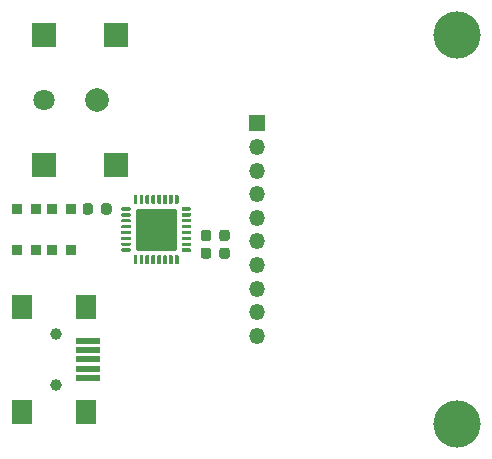
<source format=gbr>
%TF.GenerationSoftware,KiCad,Pcbnew,5.1.9-73d0e3b20d~88~ubuntu20.04.1*%
%TF.CreationDate,2021-01-12T14:06:49+01:00*%
%TF.ProjectId,MRS_Module_Host,4d52535f-4d6f-4647-956c-655f486f7374,1*%
%TF.SameCoordinates,Original*%
%TF.FileFunction,Soldermask,Top*%
%TF.FilePolarity,Negative*%
%FSLAX46Y46*%
G04 Gerber Fmt 4.6, Leading zero omitted, Abs format (unit mm)*
G04 Created by KiCad (PCBNEW 5.1.9-73d0e3b20d~88~ubuntu20.04.1) date 2021-01-12 14:06:49*
%MOMM*%
%LPD*%
G01*
G04 APERTURE LIST*
%ADD10R,2.000000X2.000000*%
%ADD11C,2.000000*%
%ADD12C,1.800000*%
%ADD13O,1.350000X1.350000*%
%ADD14R,1.350000X1.350000*%
%ADD15C,4.000000*%
%ADD16R,0.875000X0.950000*%
%ADD17C,1.000000*%
%ADD18R,1.700000X2.000000*%
%ADD19R,2.000000X0.500000*%
%ADD20C,0.250000*%
%ADD21C,0.100000*%
G04 APERTURE END LIST*
D10*
%TO.C,J2*%
X108100000Y-89500000D03*
X108100000Y-78500000D03*
X102000000Y-89500000D03*
X102000000Y-78500000D03*
D11*
X106500000Y-84000000D03*
D12*
X102000000Y-84000000D03*
%TD*%
D13*
%TO.C,MODULE1*%
X120000000Y-88000000D03*
X120000000Y-104000000D03*
X120000000Y-100000000D03*
X120000000Y-94000000D03*
X120000000Y-102000000D03*
X120000000Y-96000000D03*
D14*
X120000000Y-86000000D03*
D13*
X120000000Y-98000000D03*
X120000000Y-90000000D03*
X120000000Y-92000000D03*
D15*
X137000000Y-111500000D03*
X137000000Y-78500000D03*
%TD*%
%TO.C,U1*%
G36*
G01*
X109825000Y-92850000D02*
X109675000Y-92850000D01*
G75*
G02*
X109600000Y-92775000I0J75000D01*
G01*
X109600000Y-92125000D01*
G75*
G02*
X109675000Y-92050000I75000J0D01*
G01*
X109825000Y-92050000D01*
G75*
G02*
X109900000Y-92125000I0J-75000D01*
G01*
X109900000Y-92775000D01*
G75*
G02*
X109825000Y-92850000I-75000J0D01*
G01*
G37*
G36*
G01*
X110325000Y-92850000D02*
X110175000Y-92850000D01*
G75*
G02*
X110100000Y-92775000I0J75000D01*
G01*
X110100000Y-92125000D01*
G75*
G02*
X110175000Y-92050000I75000J0D01*
G01*
X110325000Y-92050000D01*
G75*
G02*
X110400000Y-92125000I0J-75000D01*
G01*
X110400000Y-92775000D01*
G75*
G02*
X110325000Y-92850000I-75000J0D01*
G01*
G37*
G36*
G01*
X110675000Y-92050000D02*
X110825000Y-92050000D01*
G75*
G02*
X110900000Y-92125000I0J-75000D01*
G01*
X110900000Y-92775000D01*
G75*
G02*
X110825000Y-92850000I-75000J0D01*
G01*
X110675000Y-92850000D01*
G75*
G02*
X110600000Y-92775000I0J75000D01*
G01*
X110600000Y-92125000D01*
G75*
G02*
X110675000Y-92050000I75000J0D01*
G01*
G37*
G36*
G01*
X111175000Y-92050000D02*
X111325000Y-92050000D01*
G75*
G02*
X111400000Y-92125000I0J-75000D01*
G01*
X111400000Y-92775000D01*
G75*
G02*
X111325000Y-92850000I-75000J0D01*
G01*
X111175000Y-92850000D01*
G75*
G02*
X111100000Y-92775000I0J75000D01*
G01*
X111100000Y-92125000D01*
G75*
G02*
X111175000Y-92050000I75000J0D01*
G01*
G37*
G36*
G01*
X111825000Y-92850000D02*
X111675000Y-92850000D01*
G75*
G02*
X111600000Y-92775000I0J75000D01*
G01*
X111600000Y-92125000D01*
G75*
G02*
X111675000Y-92050000I75000J0D01*
G01*
X111825000Y-92050000D01*
G75*
G02*
X111900000Y-92125000I0J-75000D01*
G01*
X111900000Y-92775000D01*
G75*
G02*
X111825000Y-92850000I-75000J0D01*
G01*
G37*
G36*
G01*
X112325000Y-92850000D02*
X112175000Y-92850000D01*
G75*
G02*
X112100000Y-92775000I0J75000D01*
G01*
X112100000Y-92125000D01*
G75*
G02*
X112175000Y-92050000I75000J0D01*
G01*
X112325000Y-92050000D01*
G75*
G02*
X112400000Y-92125000I0J-75000D01*
G01*
X112400000Y-92775000D01*
G75*
G02*
X112325000Y-92850000I-75000J0D01*
G01*
G37*
G36*
G01*
X112825000Y-92850000D02*
X112675000Y-92850000D01*
G75*
G02*
X112600000Y-92775000I0J75000D01*
G01*
X112600000Y-92125000D01*
G75*
G02*
X112675000Y-92050000I75000J0D01*
G01*
X112825000Y-92050000D01*
G75*
G02*
X112900000Y-92125000I0J-75000D01*
G01*
X112900000Y-92775000D01*
G75*
G02*
X112825000Y-92850000I-75000J0D01*
G01*
G37*
G36*
G01*
X113325000Y-92850000D02*
X113175000Y-92850000D01*
G75*
G02*
X113100000Y-92775000I0J75000D01*
G01*
X113100000Y-92125000D01*
G75*
G02*
X113175000Y-92050000I75000J0D01*
G01*
X113325000Y-92050000D01*
G75*
G02*
X113400000Y-92125000I0J-75000D01*
G01*
X113400000Y-92775000D01*
G75*
G02*
X113325000Y-92850000I-75000J0D01*
G01*
G37*
G36*
G01*
X113650000Y-93325000D02*
X113650000Y-93175000D01*
G75*
G02*
X113725000Y-93100000I75000J0D01*
G01*
X114375000Y-93100000D01*
G75*
G02*
X114450000Y-93175000I0J-75000D01*
G01*
X114450000Y-93325000D01*
G75*
G02*
X114375000Y-93400000I-75000J0D01*
G01*
X113725000Y-93400000D01*
G75*
G02*
X113650000Y-93325000I0J75000D01*
G01*
G37*
G36*
G01*
X113650000Y-93825000D02*
X113650000Y-93675000D01*
G75*
G02*
X113725000Y-93600000I75000J0D01*
G01*
X114375000Y-93600000D01*
G75*
G02*
X114450000Y-93675000I0J-75000D01*
G01*
X114450000Y-93825000D01*
G75*
G02*
X114375000Y-93900000I-75000J0D01*
G01*
X113725000Y-93900000D01*
G75*
G02*
X113650000Y-93825000I0J75000D01*
G01*
G37*
G36*
G01*
X113650000Y-94325000D02*
X113650000Y-94175000D01*
G75*
G02*
X113725000Y-94100000I75000J0D01*
G01*
X114375000Y-94100000D01*
G75*
G02*
X114450000Y-94175000I0J-75000D01*
G01*
X114450000Y-94325000D01*
G75*
G02*
X114375000Y-94400000I-75000J0D01*
G01*
X113725000Y-94400000D01*
G75*
G02*
X113650000Y-94325000I0J75000D01*
G01*
G37*
G36*
G01*
X113650000Y-94825000D02*
X113650000Y-94675000D01*
G75*
G02*
X113725000Y-94600000I75000J0D01*
G01*
X114375000Y-94600000D01*
G75*
G02*
X114450000Y-94675000I0J-75000D01*
G01*
X114450000Y-94825000D01*
G75*
G02*
X114375000Y-94900000I-75000J0D01*
G01*
X113725000Y-94900000D01*
G75*
G02*
X113650000Y-94825000I0J75000D01*
G01*
G37*
G36*
G01*
X113650000Y-95325000D02*
X113650000Y-95175000D01*
G75*
G02*
X113725000Y-95100000I75000J0D01*
G01*
X114375000Y-95100000D01*
G75*
G02*
X114450000Y-95175000I0J-75000D01*
G01*
X114450000Y-95325000D01*
G75*
G02*
X114375000Y-95400000I-75000J0D01*
G01*
X113725000Y-95400000D01*
G75*
G02*
X113650000Y-95325000I0J75000D01*
G01*
G37*
G36*
G01*
X113650000Y-95825000D02*
X113650000Y-95675000D01*
G75*
G02*
X113725000Y-95600000I75000J0D01*
G01*
X114375000Y-95600000D01*
G75*
G02*
X114450000Y-95675000I0J-75000D01*
G01*
X114450000Y-95825000D01*
G75*
G02*
X114375000Y-95900000I-75000J0D01*
G01*
X113725000Y-95900000D01*
G75*
G02*
X113650000Y-95825000I0J75000D01*
G01*
G37*
G36*
G01*
X113650000Y-96325000D02*
X113650000Y-96175000D01*
G75*
G02*
X113725000Y-96100000I75000J0D01*
G01*
X114375000Y-96100000D01*
G75*
G02*
X114450000Y-96175000I0J-75000D01*
G01*
X114450000Y-96325000D01*
G75*
G02*
X114375000Y-96400000I-75000J0D01*
G01*
X113725000Y-96400000D01*
G75*
G02*
X113650000Y-96325000I0J75000D01*
G01*
G37*
G36*
G01*
X113650000Y-96825000D02*
X113650000Y-96675000D01*
G75*
G02*
X113725000Y-96600000I75000J0D01*
G01*
X114375000Y-96600000D01*
G75*
G02*
X114450000Y-96675000I0J-75000D01*
G01*
X114450000Y-96825000D01*
G75*
G02*
X114375000Y-96900000I-75000J0D01*
G01*
X113725000Y-96900000D01*
G75*
G02*
X113650000Y-96825000I0J75000D01*
G01*
G37*
G36*
G01*
X113325000Y-97950000D02*
X113175000Y-97950000D01*
G75*
G02*
X113100000Y-97875000I0J75000D01*
G01*
X113100000Y-97225000D01*
G75*
G02*
X113175000Y-97150000I75000J0D01*
G01*
X113325000Y-97150000D01*
G75*
G02*
X113400000Y-97225000I0J-75000D01*
G01*
X113400000Y-97875000D01*
G75*
G02*
X113325000Y-97950000I-75000J0D01*
G01*
G37*
G36*
G01*
X112825000Y-97950000D02*
X112675000Y-97950000D01*
G75*
G02*
X112600000Y-97875000I0J75000D01*
G01*
X112600000Y-97225000D01*
G75*
G02*
X112675000Y-97150000I75000J0D01*
G01*
X112825000Y-97150000D01*
G75*
G02*
X112900000Y-97225000I0J-75000D01*
G01*
X112900000Y-97875000D01*
G75*
G02*
X112825000Y-97950000I-75000J0D01*
G01*
G37*
G36*
G01*
X112325000Y-97950000D02*
X112175000Y-97950000D01*
G75*
G02*
X112100000Y-97875000I0J75000D01*
G01*
X112100000Y-97225000D01*
G75*
G02*
X112175000Y-97150000I75000J0D01*
G01*
X112325000Y-97150000D01*
G75*
G02*
X112400000Y-97225000I0J-75000D01*
G01*
X112400000Y-97875000D01*
G75*
G02*
X112325000Y-97950000I-75000J0D01*
G01*
G37*
G36*
G01*
X111825000Y-97950000D02*
X111675000Y-97950000D01*
G75*
G02*
X111600000Y-97875000I0J75000D01*
G01*
X111600000Y-97225000D01*
G75*
G02*
X111675000Y-97150000I75000J0D01*
G01*
X111825000Y-97150000D01*
G75*
G02*
X111900000Y-97225000I0J-75000D01*
G01*
X111900000Y-97875000D01*
G75*
G02*
X111825000Y-97950000I-75000J0D01*
G01*
G37*
G36*
G01*
X111325000Y-97950000D02*
X111175000Y-97950000D01*
G75*
G02*
X111100000Y-97875000I0J75000D01*
G01*
X111100000Y-97225000D01*
G75*
G02*
X111175000Y-97150000I75000J0D01*
G01*
X111325000Y-97150000D01*
G75*
G02*
X111400000Y-97225000I0J-75000D01*
G01*
X111400000Y-97875000D01*
G75*
G02*
X111325000Y-97950000I-75000J0D01*
G01*
G37*
G36*
G01*
X110825000Y-97950000D02*
X110675000Y-97950000D01*
G75*
G02*
X110600000Y-97875000I0J75000D01*
G01*
X110600000Y-97225000D01*
G75*
G02*
X110675000Y-97150000I75000J0D01*
G01*
X110825000Y-97150000D01*
G75*
G02*
X110900000Y-97225000I0J-75000D01*
G01*
X110900000Y-97875000D01*
G75*
G02*
X110825000Y-97950000I-75000J0D01*
G01*
G37*
G36*
G01*
X110325000Y-97950000D02*
X110175000Y-97950000D01*
G75*
G02*
X110100000Y-97875000I0J75000D01*
G01*
X110100000Y-97225000D01*
G75*
G02*
X110175000Y-97150000I75000J0D01*
G01*
X110325000Y-97150000D01*
G75*
G02*
X110400000Y-97225000I0J-75000D01*
G01*
X110400000Y-97875000D01*
G75*
G02*
X110325000Y-97950000I-75000J0D01*
G01*
G37*
G36*
G01*
X109825000Y-97950000D02*
X109675000Y-97950000D01*
G75*
G02*
X109600000Y-97875000I0J75000D01*
G01*
X109600000Y-97225000D01*
G75*
G02*
X109675000Y-97150000I75000J0D01*
G01*
X109825000Y-97150000D01*
G75*
G02*
X109900000Y-97225000I0J-75000D01*
G01*
X109900000Y-97875000D01*
G75*
G02*
X109825000Y-97950000I-75000J0D01*
G01*
G37*
G36*
G01*
X108550000Y-96825000D02*
X108550000Y-96675000D01*
G75*
G02*
X108625000Y-96600000I75000J0D01*
G01*
X109275000Y-96600000D01*
G75*
G02*
X109350000Y-96675000I0J-75000D01*
G01*
X109350000Y-96825000D01*
G75*
G02*
X109275000Y-96900000I-75000J0D01*
G01*
X108625000Y-96900000D01*
G75*
G02*
X108550000Y-96825000I0J75000D01*
G01*
G37*
G36*
G01*
X108550000Y-96325000D02*
X108550000Y-96175000D01*
G75*
G02*
X108625000Y-96100000I75000J0D01*
G01*
X109275000Y-96100000D01*
G75*
G02*
X109350000Y-96175000I0J-75000D01*
G01*
X109350000Y-96325000D01*
G75*
G02*
X109275000Y-96400000I-75000J0D01*
G01*
X108625000Y-96400000D01*
G75*
G02*
X108550000Y-96325000I0J75000D01*
G01*
G37*
G36*
G01*
X108550000Y-95825000D02*
X108550000Y-95675000D01*
G75*
G02*
X108625000Y-95600000I75000J0D01*
G01*
X109275000Y-95600000D01*
G75*
G02*
X109350000Y-95675000I0J-75000D01*
G01*
X109350000Y-95825000D01*
G75*
G02*
X109275000Y-95900000I-75000J0D01*
G01*
X108625000Y-95900000D01*
G75*
G02*
X108550000Y-95825000I0J75000D01*
G01*
G37*
G36*
G01*
X108550000Y-95325000D02*
X108550000Y-95175000D01*
G75*
G02*
X108625000Y-95100000I75000J0D01*
G01*
X109275000Y-95100000D01*
G75*
G02*
X109350000Y-95175000I0J-75000D01*
G01*
X109350000Y-95325000D01*
G75*
G02*
X109275000Y-95400000I-75000J0D01*
G01*
X108625000Y-95400000D01*
G75*
G02*
X108550000Y-95325000I0J75000D01*
G01*
G37*
G36*
G01*
X108550000Y-94825000D02*
X108550000Y-94675000D01*
G75*
G02*
X108625000Y-94600000I75000J0D01*
G01*
X109275000Y-94600000D01*
G75*
G02*
X109350000Y-94675000I0J-75000D01*
G01*
X109350000Y-94825000D01*
G75*
G02*
X109275000Y-94900000I-75000J0D01*
G01*
X108625000Y-94900000D01*
G75*
G02*
X108550000Y-94825000I0J75000D01*
G01*
G37*
G36*
G01*
X108550000Y-94325000D02*
X108550000Y-94175000D01*
G75*
G02*
X108625000Y-94100000I75000J0D01*
G01*
X109275000Y-94100000D01*
G75*
G02*
X109350000Y-94175000I0J-75000D01*
G01*
X109350000Y-94325000D01*
G75*
G02*
X109275000Y-94400000I-75000J0D01*
G01*
X108625000Y-94400000D01*
G75*
G02*
X108550000Y-94325000I0J75000D01*
G01*
G37*
G36*
G01*
X108550000Y-93825000D02*
X108550000Y-93675000D01*
G75*
G02*
X108625000Y-93600000I75000J0D01*
G01*
X109275000Y-93600000D01*
G75*
G02*
X109350000Y-93675000I0J-75000D01*
G01*
X109350000Y-93825000D01*
G75*
G02*
X109275000Y-93900000I-75000J0D01*
G01*
X108625000Y-93900000D01*
G75*
G02*
X108550000Y-93825000I0J75000D01*
G01*
G37*
G36*
G01*
X108550000Y-93325000D02*
X108550000Y-93175000D01*
G75*
G02*
X108625000Y-93100000I75000J0D01*
G01*
X109275000Y-93100000D01*
G75*
G02*
X109350000Y-93175000I0J-75000D01*
G01*
X109350000Y-93325000D01*
G75*
G02*
X109275000Y-93400000I-75000J0D01*
G01*
X108625000Y-93400000D01*
G75*
G02*
X108550000Y-93325000I0J75000D01*
G01*
G37*
G36*
G01*
X109900000Y-95800000D02*
X109900000Y-94200000D01*
G75*
G02*
X110700000Y-93400000I800000J0D01*
G01*
X112300000Y-93400000D01*
G75*
G02*
X113100000Y-94200000I0J-800000D01*
G01*
X113100000Y-95800000D01*
G75*
G02*
X112300000Y-96600000I-800000J0D01*
G01*
X110700000Y-96600000D01*
G75*
G02*
X109900000Y-95800000I0J800000D01*
G01*
G37*
%TD*%
D16*
%TO.C,R2*%
X102712500Y-96750000D03*
X104287500Y-96750000D03*
%TD*%
%TO.C,R1*%
X102712500Y-93250000D03*
X104287500Y-93250000D03*
%TD*%
%TO.C,LD2*%
X101287500Y-96750000D03*
X99712500Y-96750000D03*
%TD*%
%TO.C,LD1*%
X101287500Y-93250000D03*
X99712500Y-93250000D03*
%TD*%
D17*
%TO.C,J1*%
X103000000Y-108200000D03*
X103000000Y-103800000D03*
D18*
X100150000Y-110450000D03*
X105600000Y-110450000D03*
X100150000Y-101550000D03*
X105600000Y-101550000D03*
D19*
X105700000Y-107600000D03*
X105700000Y-106800000D03*
X105700000Y-106000000D03*
X105700000Y-105200000D03*
X105700000Y-104400000D03*
%TD*%
%TO.C,C3*%
G36*
G01*
X115275000Y-97256250D02*
X115275000Y-96743750D01*
G75*
G02*
X115493750Y-96525000I218750J0D01*
G01*
X115931250Y-96525000D01*
G75*
G02*
X116150000Y-96743750I0J-218750D01*
G01*
X116150000Y-97256250D01*
G75*
G02*
X115931250Y-97475000I-218750J0D01*
G01*
X115493750Y-97475000D01*
G75*
G02*
X115275000Y-97256250I0J218750D01*
G01*
G37*
G36*
G01*
X116850000Y-97256250D02*
X116850000Y-96743750D01*
G75*
G02*
X117068750Y-96525000I218750J0D01*
G01*
X117506250Y-96525000D01*
G75*
G02*
X117725000Y-96743750I0J-218750D01*
G01*
X117725000Y-97256250D01*
G75*
G02*
X117506250Y-97475000I-218750J0D01*
G01*
X117068750Y-97475000D01*
G75*
G02*
X116850000Y-97256250I0J218750D01*
G01*
G37*
%TD*%
%TO.C,C2*%
G36*
G01*
X115275000Y-95756250D02*
X115275000Y-95243750D01*
G75*
G02*
X115493750Y-95025000I218750J0D01*
G01*
X115931250Y-95025000D01*
G75*
G02*
X116150000Y-95243750I0J-218750D01*
G01*
X116150000Y-95756250D01*
G75*
G02*
X115931250Y-95975000I-218750J0D01*
G01*
X115493750Y-95975000D01*
G75*
G02*
X115275000Y-95756250I0J218750D01*
G01*
G37*
G36*
G01*
X116850000Y-95756250D02*
X116850000Y-95243750D01*
G75*
G02*
X117068750Y-95025000I218750J0D01*
G01*
X117506250Y-95025000D01*
G75*
G02*
X117725000Y-95243750I0J-218750D01*
G01*
X117725000Y-95756250D01*
G75*
G02*
X117506250Y-95975000I-218750J0D01*
G01*
X117068750Y-95975000D01*
G75*
G02*
X116850000Y-95756250I0J218750D01*
G01*
G37*
%TD*%
%TO.C,C1*%
G36*
G01*
X107725000Y-92993750D02*
X107725000Y-93506250D01*
G75*
G02*
X107506250Y-93725000I-218750J0D01*
G01*
X107068750Y-93725000D01*
G75*
G02*
X106850000Y-93506250I0J218750D01*
G01*
X106850000Y-92993750D01*
G75*
G02*
X107068750Y-92775000I218750J0D01*
G01*
X107506250Y-92775000D01*
G75*
G02*
X107725000Y-92993750I0J-218750D01*
G01*
G37*
G36*
G01*
X106150000Y-92993750D02*
X106150000Y-93506250D01*
G75*
G02*
X105931250Y-93725000I-218750J0D01*
G01*
X105493750Y-93725000D01*
G75*
G02*
X105275000Y-93506250I0J218750D01*
G01*
X105275000Y-92993750D01*
G75*
G02*
X105493750Y-92775000I218750J0D01*
G01*
X105931250Y-92775000D01*
G75*
G02*
X106150000Y-92993750I0J-218750D01*
G01*
G37*
%TD*%
D20*
X113125000Y-96625000D02*
X109875000Y-96625000D01*
X109875000Y-93375000D01*
X113125000Y-93375000D01*
X113125000Y-96625000D01*
D21*
G36*
X113125000Y-96625000D02*
G01*
X109875000Y-96625000D01*
X109875000Y-93375000D01*
X113125000Y-93375000D01*
X113125000Y-96625000D01*
G37*
M02*

</source>
